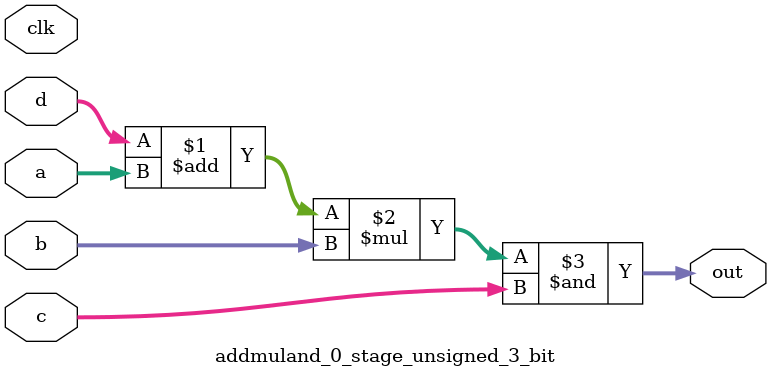
<source format=sv>
(* use_dsp = "yes" *) module addmuland_0_stage_unsigned_3_bit(
	input  [2:0] a,
	input  [2:0] b,
	input  [2:0] c,
	input  [2:0] d,
	output [2:0] out,
	input clk);

	assign out = ((d + a) * b) & c;
endmodule

</source>
